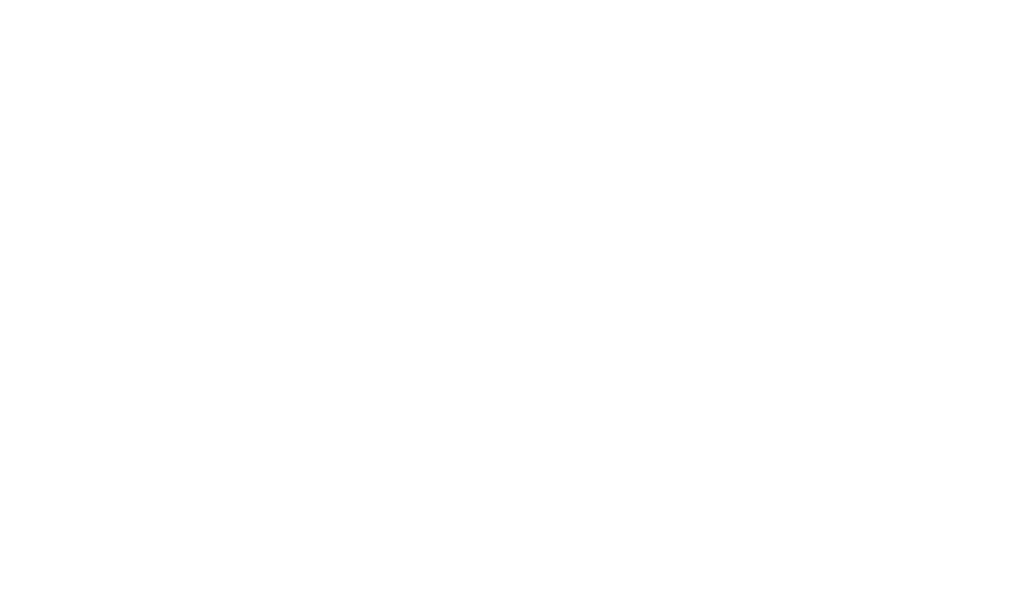
<source format=gbr>
G04 #@! TF.GenerationSoftware,KiCad,Pcbnew,8.0.4*
G04 #@! TF.CreationDate,2025-02-18T12:53:55-03:00*
G04 #@! TF.ProjectId,XT-IDE,58542d49-4445-42e6-9b69-6361645f7063,3B*
G04 #@! TF.SameCoordinates,Original*
G04 #@! TF.FileFunction,Legend,Bot*
G04 #@! TF.FilePolarity,Positive*
%FSLAX46Y46*%
G04 Gerber Fmt 4.6, Leading zero omitted, Abs format (unit mm)*
G04 Created by KiCad (PCBNEW 8.0.4) date 2025-02-18 12:53:55*
%MOMM*%
%LPD*%
G01*
G04 APERTURE LIST*
%ADD10C,1.998980*%
%ADD11C,0.254000*%
%ADD12C,0.381000*%
%ADD13C,4.064000*%
%ADD14R,1.727200X1.727200*%
%ADD15C,1.727200*%
%ADD16R,1.778000X7.112000*%
%ADD17R,1.900000X2.000000*%
%ADD18C,1.900000*%
%ADD19C,1.397000*%
%ADD20O,1.727200X1.727200*%
%ADD21R,2.300000X1.600000*%
%ADD22O,2.300000X1.600000*%
G04 APERTURE END LIST*
D10*
X107315000Y-37465000D03*
X99695000Y-37465000D03*
X120650000Y-37465000D03*
X113030000Y-37465000D03*
X133985000Y-37465000D03*
X126365000Y-37465000D03*
X146685000Y-48260000D03*
X139065000Y-48260000D03*
X158115000Y-48260000D03*
X150495000Y-48260000D03*
X169545000Y-48260000D03*
X161925000Y-48260000D03*
X173355000Y-45720000D03*
X180975000Y-45720000D03*
X137160000Y-82550000D03*
X147320000Y-82550000D03*
X107950000Y-88265000D03*
X100330000Y-88265000D03*
X163830000Y-88265000D03*
X156210000Y-88265000D03*
X172085000Y-40005000D03*
X161925000Y-40005000D03*
X186055000Y-50165000D03*
X186055000Y-60325000D03*
X147320000Y-85090000D03*
X137160000Y-85090000D03*
X137160000Y-87630000D03*
X147320000Y-87630000D03*
X175260000Y-88265000D03*
X182880000Y-88265000D03*
%LPC*%
D11*
X115963094Y-75927651D02*
X115721189Y-76774318D01*
X115721189Y-76774318D02*
X115479284Y-76169556D01*
X115479284Y-76169556D02*
X115237380Y-76774318D01*
X115237380Y-76774318D02*
X114995475Y-75927651D01*
X114632618Y-75927651D02*
X114390713Y-76774318D01*
X114390713Y-76774318D02*
X114148808Y-76169556D01*
X114148808Y-76169556D02*
X113906904Y-76774318D01*
X113906904Y-76774318D02*
X113664999Y-75927651D01*
X113302142Y-75927651D02*
X113060237Y-76774318D01*
X113060237Y-76774318D02*
X112818332Y-76169556D01*
X112818332Y-76169556D02*
X112576428Y-76774318D01*
X112576428Y-76774318D02*
X112334523Y-75927651D01*
X111850714Y-76653365D02*
X111790237Y-76713842D01*
X111790237Y-76713842D02*
X111850714Y-76774318D01*
X111850714Y-76774318D02*
X111911190Y-76713842D01*
X111911190Y-76713842D02*
X111850714Y-76653365D01*
X111850714Y-76653365D02*
X111850714Y-76774318D01*
X111427380Y-75504318D02*
X110701666Y-75504318D01*
X111064523Y-76774318D02*
X111064523Y-75504318D01*
X110278333Y-76774318D02*
X110278333Y-75504318D01*
X109734047Y-76774318D02*
X109734047Y-76109080D01*
X109734047Y-76109080D02*
X109794523Y-75988127D01*
X109794523Y-75988127D02*
X109915475Y-75927651D01*
X109915475Y-75927651D02*
X110096904Y-75927651D01*
X110096904Y-75927651D02*
X110217856Y-75988127D01*
X110217856Y-75988127D02*
X110278333Y-76048603D01*
X108645475Y-76713842D02*
X108766427Y-76774318D01*
X108766427Y-76774318D02*
X109008332Y-76774318D01*
X109008332Y-76774318D02*
X109129285Y-76713842D01*
X109129285Y-76713842D02*
X109189761Y-76592889D01*
X109189761Y-76592889D02*
X109189761Y-76109080D01*
X109189761Y-76109080D02*
X109129285Y-75988127D01*
X109129285Y-75988127D02*
X109008332Y-75927651D01*
X109008332Y-75927651D02*
X108766427Y-75927651D01*
X108766427Y-75927651D02*
X108645475Y-75988127D01*
X108645475Y-75988127D02*
X108584999Y-76109080D01*
X108584999Y-76109080D02*
X108584999Y-76230032D01*
X108584999Y-76230032D02*
X109189761Y-76350984D01*
X108161666Y-75504318D02*
X107859285Y-76774318D01*
X107859285Y-76774318D02*
X107617380Y-75867175D01*
X107617380Y-75867175D02*
X107375475Y-76774318D01*
X107375475Y-76774318D02*
X107073095Y-75504318D01*
X106589285Y-76774318D02*
X106589285Y-75927651D01*
X106589285Y-75504318D02*
X106649761Y-75564794D01*
X106649761Y-75564794D02*
X106589285Y-75625270D01*
X106589285Y-75625270D02*
X106528808Y-75564794D01*
X106528808Y-75564794D02*
X106589285Y-75504318D01*
X106589285Y-75504318D02*
X106589285Y-75625270D01*
X106105475Y-75927651D02*
X105440237Y-75927651D01*
X105440237Y-75927651D02*
X106105475Y-76774318D01*
X106105475Y-76774318D02*
X105440237Y-76774318D01*
X104412142Y-76774318D02*
X104412142Y-76109080D01*
X104412142Y-76109080D02*
X104472618Y-75988127D01*
X104472618Y-75988127D02*
X104593570Y-75927651D01*
X104593570Y-75927651D02*
X104835475Y-75927651D01*
X104835475Y-75927651D02*
X104956428Y-75988127D01*
X104412142Y-76713842D02*
X104533094Y-76774318D01*
X104533094Y-76774318D02*
X104835475Y-76774318D01*
X104835475Y-76774318D02*
X104956428Y-76713842D01*
X104956428Y-76713842D02*
X105016904Y-76592889D01*
X105016904Y-76592889D02*
X105016904Y-76471937D01*
X105016904Y-76471937D02*
X104956428Y-76350984D01*
X104956428Y-76350984D02*
X104835475Y-76290508D01*
X104835475Y-76290508D02*
X104533094Y-76290508D01*
X104533094Y-76290508D02*
X104412142Y-76230032D01*
X103807380Y-76774318D02*
X103807380Y-75927651D01*
X103807380Y-76169556D02*
X103746903Y-76048603D01*
X103746903Y-76048603D02*
X103686427Y-75988127D01*
X103686427Y-75988127D02*
X103565475Y-75927651D01*
X103565475Y-75927651D02*
X103444522Y-75927651D01*
X102476904Y-76774318D02*
X102476904Y-75504318D01*
X102476904Y-76713842D02*
X102597856Y-76774318D01*
X102597856Y-76774318D02*
X102839761Y-76774318D01*
X102839761Y-76774318D02*
X102960713Y-76713842D01*
X102960713Y-76713842D02*
X103021190Y-76653365D01*
X103021190Y-76653365D02*
X103081666Y-76532413D01*
X103081666Y-76532413D02*
X103081666Y-76169556D01*
X103081666Y-76169556D02*
X103021190Y-76048603D01*
X103021190Y-76048603D02*
X102960713Y-75988127D01*
X102960713Y-75988127D02*
X102839761Y-75927651D01*
X102839761Y-75927651D02*
X102597856Y-75927651D01*
X102597856Y-75927651D02*
X102476904Y-75988127D01*
X101872142Y-76653365D02*
X101811665Y-76713842D01*
X101811665Y-76713842D02*
X101872142Y-76774318D01*
X101872142Y-76774318D02*
X101932618Y-76713842D01*
X101932618Y-76713842D02*
X101872142Y-76653365D01*
X101872142Y-76653365D02*
X101872142Y-76774318D01*
X100723094Y-76713842D02*
X100844046Y-76774318D01*
X100844046Y-76774318D02*
X101085951Y-76774318D01*
X101085951Y-76774318D02*
X101206903Y-76713842D01*
X101206903Y-76713842D02*
X101267380Y-76653365D01*
X101267380Y-76653365D02*
X101327856Y-76532413D01*
X101327856Y-76532413D02*
X101327856Y-76169556D01*
X101327856Y-76169556D02*
X101267380Y-76048603D01*
X101267380Y-76048603D02*
X101206903Y-75988127D01*
X101206903Y-75988127D02*
X101085951Y-75927651D01*
X101085951Y-75927651D02*
X100844046Y-75927651D01*
X100844046Y-75927651D02*
X100723094Y-75988127D01*
X99997380Y-76774318D02*
X100118332Y-76713842D01*
X100118332Y-76713842D02*
X100178809Y-76592889D01*
X100178809Y-76592889D02*
X100178809Y-75504318D01*
X98606428Y-75443842D02*
X99694999Y-77076699D01*
X113362618Y-117414318D02*
X112636904Y-117414318D01*
X112999761Y-118684318D02*
X112999761Y-117414318D01*
X112213571Y-118684318D02*
X112213571Y-117414318D01*
X112213571Y-117414318D02*
X111729761Y-117414318D01*
X111729761Y-117414318D02*
X111608809Y-117474794D01*
X111608809Y-117474794D02*
X111548332Y-117535270D01*
X111548332Y-117535270D02*
X111487856Y-117656222D01*
X111487856Y-117656222D02*
X111487856Y-117837651D01*
X111487856Y-117837651D02*
X111548332Y-117958603D01*
X111548332Y-117958603D02*
X111608809Y-118019080D01*
X111608809Y-118019080D02*
X111729761Y-118079556D01*
X111729761Y-118079556D02*
X112213571Y-118079556D01*
X111064523Y-117414318D02*
X110278332Y-117414318D01*
X110278332Y-117414318D02*
X110701666Y-117898127D01*
X110701666Y-117898127D02*
X110520237Y-117898127D01*
X110520237Y-117898127D02*
X110399285Y-117958603D01*
X110399285Y-117958603D02*
X110338809Y-118019080D01*
X110338809Y-118019080D02*
X110278332Y-118140032D01*
X110278332Y-118140032D02*
X110278332Y-118442413D01*
X110278332Y-118442413D02*
X110338809Y-118563365D01*
X110338809Y-118563365D02*
X110399285Y-118623842D01*
X110399285Y-118623842D02*
X110520237Y-118684318D01*
X110520237Y-118684318D02*
X110883094Y-118684318D01*
X110883094Y-118684318D02*
X111004047Y-118623842D01*
X111004047Y-118623842D02*
X111064523Y-118563365D01*
D12*
X116144523Y-72275240D02*
X114451190Y-74815240D01*
X114451190Y-72275240D02*
X116144523Y-74815240D01*
X113846428Y-72275240D02*
X112394999Y-72275240D01*
X113120713Y-74815240D02*
X113120713Y-72275240D01*
X111669285Y-72517145D02*
X111548333Y-72396192D01*
X111548333Y-72396192D02*
X111306428Y-72275240D01*
X111306428Y-72275240D02*
X110701666Y-72275240D01*
X110701666Y-72275240D02*
X110459761Y-72396192D01*
X110459761Y-72396192D02*
X110338809Y-72517145D01*
X110338809Y-72517145D02*
X110217856Y-72759049D01*
X110217856Y-72759049D02*
X110217856Y-73000954D01*
X110217856Y-73000954D02*
X110338809Y-73363811D01*
X110338809Y-73363811D02*
X111790237Y-74815240D01*
X111790237Y-74815240D02*
X110217856Y-74815240D01*
X109129285Y-74815240D02*
X109129285Y-72275240D01*
X107919761Y-74815240D02*
X107919761Y-72275240D01*
X107919761Y-72275240D02*
X107314999Y-72275240D01*
X107314999Y-72275240D02*
X106952142Y-72396192D01*
X106952142Y-72396192D02*
X106710237Y-72638097D01*
X106710237Y-72638097D02*
X106589284Y-72880002D01*
X106589284Y-72880002D02*
X106468332Y-73363811D01*
X106468332Y-73363811D02*
X106468332Y-73726668D01*
X106468332Y-73726668D02*
X106589284Y-74210478D01*
X106589284Y-74210478D02*
X106710237Y-74452383D01*
X106710237Y-74452383D02*
X106952142Y-74694288D01*
X106952142Y-74694288D02*
X107314999Y-74815240D01*
X107314999Y-74815240D02*
X107919761Y-74815240D01*
X105379761Y-73484764D02*
X104533094Y-73484764D01*
X104170237Y-74815240D02*
X105379761Y-74815240D01*
X105379761Y-74815240D02*
X105379761Y-72275240D01*
X105379761Y-72275240D02*
X104170237Y-72275240D01*
X103081666Y-73847621D02*
X101146428Y-73847621D01*
X98727380Y-72275240D02*
X99936904Y-72275240D01*
X99936904Y-72275240D02*
X100057856Y-73484764D01*
X100057856Y-73484764D02*
X99936904Y-73363811D01*
X99936904Y-73363811D02*
X99694999Y-73242859D01*
X99694999Y-73242859D02*
X99090237Y-73242859D01*
X99090237Y-73242859D02*
X98848332Y-73363811D01*
X98848332Y-73363811D02*
X98727380Y-73484764D01*
X98727380Y-73484764D02*
X98606427Y-73726668D01*
X98606427Y-73726668D02*
X98606427Y-74331430D01*
X98606427Y-74331430D02*
X98727380Y-74573335D01*
X98727380Y-74573335D02*
X98848332Y-74694288D01*
X98848332Y-74694288D02*
X99090237Y-74815240D01*
X99090237Y-74815240D02*
X99694999Y-74815240D01*
X99694999Y-74815240D02*
X99936904Y-74694288D01*
X99936904Y-74694288D02*
X100057856Y-74573335D01*
D11*
X131523618Y-122748318D02*
X130797904Y-122748318D01*
X131160761Y-124018318D02*
X131160761Y-122748318D01*
X130374571Y-124018318D02*
X130374571Y-122748318D01*
X130374571Y-122748318D02*
X129890761Y-122748318D01*
X129890761Y-122748318D02*
X129769809Y-122808794D01*
X129769809Y-122808794D02*
X129709332Y-122869270D01*
X129709332Y-122869270D02*
X129648856Y-122990222D01*
X129648856Y-122990222D02*
X129648856Y-123171651D01*
X129648856Y-123171651D02*
X129709332Y-123292603D01*
X129709332Y-123292603D02*
X129769809Y-123353080D01*
X129769809Y-123353080D02*
X129890761Y-123413556D01*
X129890761Y-123413556D02*
X130374571Y-123413556D01*
X129165047Y-122869270D02*
X129104571Y-122808794D01*
X129104571Y-122808794D02*
X128983618Y-122748318D01*
X128983618Y-122748318D02*
X128681237Y-122748318D01*
X128681237Y-122748318D02*
X128560285Y-122808794D01*
X128560285Y-122808794D02*
X128499809Y-122869270D01*
X128499809Y-122869270D02*
X128439332Y-122990222D01*
X128439332Y-122990222D02*
X128439332Y-123111175D01*
X128439332Y-123111175D02*
X128499809Y-123292603D01*
X128499809Y-123292603D02*
X129225523Y-124018318D01*
X129225523Y-124018318D02*
X128439332Y-124018318D01*
X113362618Y-105984318D02*
X112636904Y-105984318D01*
X112999761Y-107254318D02*
X112999761Y-105984318D01*
X112213571Y-107254318D02*
X112213571Y-105984318D01*
X112213571Y-105984318D02*
X111729761Y-105984318D01*
X111729761Y-105984318D02*
X111608809Y-106044794D01*
X111608809Y-106044794D02*
X111548332Y-106105270D01*
X111548332Y-106105270D02*
X111487856Y-106226222D01*
X111487856Y-106226222D02*
X111487856Y-106407651D01*
X111487856Y-106407651D02*
X111548332Y-106528603D01*
X111548332Y-106528603D02*
X111608809Y-106589080D01*
X111608809Y-106589080D02*
X111729761Y-106649556D01*
X111729761Y-106649556D02*
X112213571Y-106649556D01*
X110278332Y-107254318D02*
X111004047Y-107254318D01*
X110641190Y-107254318D02*
X110641190Y-105984318D01*
X110641190Y-105984318D02*
X110762142Y-106165746D01*
X110762142Y-106165746D02*
X110883094Y-106286699D01*
X110883094Y-106286699D02*
X111004047Y-106347175D01*
D13*
X186690000Y-128270000D03*
X186690000Y-71755000D03*
D14*
X102870000Y-82550000D03*
D15*
X100330000Y-82550000D03*
D14*
X139065000Y-37465000D03*
D15*
X139065000Y-40005000D03*
X139065000Y-42545000D03*
D14*
X146685000Y-37465000D03*
D15*
X146685000Y-40005000D03*
X146685000Y-42545000D03*
D14*
X102870000Y-128270000D03*
D15*
X102870000Y-125730000D03*
X105410000Y-128270000D03*
X105410000Y-125730000D03*
X107950000Y-128270000D03*
X107950000Y-125730000D03*
X110490000Y-128270000D03*
X110490000Y-125730000D03*
X113030000Y-128270000D03*
X113030000Y-125730000D03*
D14*
X186055000Y-40005000D03*
D15*
X183515000Y-40005000D03*
D16*
X165100000Y-136906000D03*
X162560000Y-136906000D03*
X160020000Y-136906000D03*
X157480000Y-136906000D03*
X147320000Y-136906000D03*
X139700000Y-136906000D03*
X137160000Y-136906000D03*
X134620000Y-136906000D03*
X132080000Y-136906000D03*
X114300000Y-136906000D03*
X109220000Y-136906000D03*
X106680000Y-136906000D03*
X104140000Y-136906000D03*
X93980000Y-136906000D03*
X88900000Y-136906000D03*
D17*
X179070000Y-40005000D03*
D18*
X176530000Y-40005000D03*
D19*
X132080000Y-121285000D03*
X111760000Y-115570000D03*
X111760000Y-109220000D03*
D14*
X86360000Y-123825000D03*
D15*
X86360000Y-126325000D03*
D14*
X85090000Y-88265000D03*
D20*
X82550000Y-88265000D03*
X85090000Y-85725000D03*
X82550000Y-85725000D03*
X85090000Y-83185000D03*
X82550000Y-83185000D03*
X85090000Y-80645000D03*
X82550000Y-80645000D03*
X85090000Y-78105000D03*
X82550000Y-78105000D03*
X85090000Y-75565000D03*
X82550000Y-75565000D03*
X85090000Y-73025000D03*
X82550000Y-73025000D03*
X85090000Y-70485000D03*
X82550000Y-70485000D03*
X85090000Y-67945000D03*
X82550000Y-67945000D03*
X85090000Y-65405000D03*
X82550000Y-65405000D03*
X85090000Y-62865000D03*
X82550000Y-62865000D03*
X85090000Y-60325000D03*
X82550000Y-60325000D03*
X85090000Y-57785000D03*
X82550000Y-57785000D03*
X85090000Y-55245000D03*
X82550000Y-55245000D03*
X85090000Y-52705000D03*
X82550000Y-52705000D03*
X85090000Y-50165000D03*
X82550000Y-50165000D03*
X85090000Y-47625000D03*
X82550000Y-47625000D03*
X85090000Y-45085000D03*
X82550000Y-45085000D03*
X85090000Y-42545000D03*
X82550000Y-42545000D03*
X85090000Y-40005000D03*
X82550000Y-40005000D03*
D21*
X82550000Y-97790000D03*
D22*
X82550000Y-100330000D03*
X82550000Y-102870000D03*
X82550000Y-105410000D03*
X82550000Y-107950000D03*
X82550000Y-110490000D03*
X82550000Y-113030000D03*
X82550000Y-115570000D03*
X90170000Y-115570000D03*
X90170000Y-113030000D03*
X90170000Y-110490000D03*
X90170000Y-107950000D03*
X90170000Y-105410000D03*
X90170000Y-102870000D03*
X90170000Y-100330000D03*
X90170000Y-97790000D03*
D21*
X138430000Y-97790000D03*
D22*
X138430000Y-100330000D03*
X138430000Y-102870000D03*
X138430000Y-105410000D03*
X138430000Y-107950000D03*
X138430000Y-110490000D03*
X138430000Y-113030000D03*
X138430000Y-115570000D03*
X146050000Y-115570000D03*
X146050000Y-113030000D03*
X146050000Y-110490000D03*
X146050000Y-107950000D03*
X146050000Y-105410000D03*
X146050000Y-102870000D03*
X146050000Y-100330000D03*
X146050000Y-97790000D03*
D21*
X99695000Y-45085000D03*
D22*
X99695000Y-47625000D03*
X99695000Y-50165000D03*
X99695000Y-52705000D03*
X99695000Y-55245000D03*
X99695000Y-57785000D03*
X99695000Y-60325000D03*
X99695000Y-62865000D03*
X99695000Y-65405000D03*
X99695000Y-67945000D03*
X107315000Y-67945000D03*
X107315000Y-65405000D03*
X107315000Y-62865000D03*
X107315000Y-60325000D03*
X107315000Y-57785000D03*
X107315000Y-55245000D03*
X107315000Y-52705000D03*
X107315000Y-50165000D03*
X107315000Y-47625000D03*
X107315000Y-45085000D03*
D21*
X113030000Y-45085000D03*
D22*
X113030000Y-47625000D03*
X113030000Y-50165000D03*
X113030000Y-52705000D03*
X113030000Y-55245000D03*
X113030000Y-57785000D03*
X113030000Y-60325000D03*
X113030000Y-62865000D03*
X113030000Y-65405000D03*
X113030000Y-67945000D03*
X120650000Y-67945000D03*
X120650000Y-65405000D03*
X120650000Y-62865000D03*
X120650000Y-60325000D03*
X120650000Y-57785000D03*
X120650000Y-55245000D03*
X120650000Y-52705000D03*
X120650000Y-50165000D03*
X120650000Y-47625000D03*
X120650000Y-45085000D03*
D21*
X126365000Y-45085000D03*
D22*
X126365000Y-47625000D03*
X126365000Y-50165000D03*
X126365000Y-52705000D03*
X126365000Y-55245000D03*
X126365000Y-57785000D03*
X126365000Y-60325000D03*
X126365000Y-62865000D03*
X126365000Y-65405000D03*
X126365000Y-67945000D03*
X133985000Y-67945000D03*
X133985000Y-65405000D03*
X133985000Y-62865000D03*
X133985000Y-60325000D03*
X133985000Y-57785000D03*
X133985000Y-55245000D03*
X133985000Y-52705000D03*
X133985000Y-50165000D03*
X133985000Y-47625000D03*
X133985000Y-45085000D03*
D21*
X150495000Y-52705000D03*
D22*
X150495000Y-55245000D03*
X150495000Y-57785000D03*
X150495000Y-60325000D03*
X150495000Y-62865000D03*
X150495000Y-65405000D03*
X150495000Y-67945000D03*
X158115000Y-67945000D03*
X158115000Y-65405000D03*
X158115000Y-62865000D03*
X158115000Y-60325000D03*
X158115000Y-57785000D03*
X158115000Y-55245000D03*
X158115000Y-52705000D03*
D21*
X161925000Y-52705000D03*
D22*
X161925000Y-55245000D03*
X161925000Y-57785000D03*
X161925000Y-60325000D03*
X161925000Y-62865000D03*
X161925000Y-65405000D03*
X161925000Y-67945000D03*
X169545000Y-67945000D03*
X169545000Y-65405000D03*
X169545000Y-62865000D03*
X169545000Y-60325000D03*
X169545000Y-57785000D03*
X169545000Y-55245000D03*
X169545000Y-52705000D03*
D21*
X173355000Y-50165000D03*
D22*
X173355000Y-52705000D03*
X173355000Y-55245000D03*
X173355000Y-57785000D03*
X173355000Y-60325000D03*
X173355000Y-62865000D03*
X173355000Y-65405000D03*
X173355000Y-67945000D03*
X180975000Y-67945000D03*
X180975000Y-65405000D03*
X180975000Y-62865000D03*
X180975000Y-60325000D03*
X180975000Y-57785000D03*
X180975000Y-55245000D03*
X180975000Y-52705000D03*
X180975000Y-50165000D03*
D21*
X100330000Y-92710000D03*
D22*
X100330000Y-95250000D03*
X100330000Y-97790000D03*
X100330000Y-100330000D03*
X100330000Y-102870000D03*
X100330000Y-105410000D03*
X100330000Y-107950000D03*
X100330000Y-110490000D03*
X100330000Y-113030000D03*
X100330000Y-115570000D03*
X107950000Y-115570000D03*
X107950000Y-113030000D03*
X107950000Y-110490000D03*
X107950000Y-107950000D03*
X107950000Y-105410000D03*
X107950000Y-102870000D03*
X107950000Y-100330000D03*
X107950000Y-97790000D03*
X107950000Y-95250000D03*
X107950000Y-92710000D03*
D21*
X115570000Y-82550000D03*
D22*
X115570000Y-85090000D03*
X115570000Y-87630000D03*
X115570000Y-90170000D03*
X115570000Y-92710000D03*
X115570000Y-95250000D03*
X115570000Y-97790000D03*
X115570000Y-100330000D03*
X115570000Y-102870000D03*
X115570000Y-105410000D03*
X115570000Y-107950000D03*
X115570000Y-110490000D03*
X115570000Y-113030000D03*
X115570000Y-115570000D03*
X130810000Y-115570000D03*
X130810000Y-113030000D03*
X130810000Y-110490000D03*
X130810000Y-107950000D03*
X130810000Y-105410000D03*
X130810000Y-102870000D03*
X130810000Y-100330000D03*
X130810000Y-97790000D03*
X130810000Y-95250000D03*
X130810000Y-92710000D03*
X130810000Y-90170000D03*
X130810000Y-87630000D03*
X130810000Y-85090000D03*
X130810000Y-82550000D03*
D21*
X156210000Y-92710000D03*
D22*
X156210000Y-95250000D03*
X156210000Y-97790000D03*
X156210000Y-100330000D03*
X156210000Y-102870000D03*
X156210000Y-105410000D03*
X156210000Y-107950000D03*
X156210000Y-110490000D03*
X156210000Y-113030000D03*
X156210000Y-115570000D03*
X163830000Y-115570000D03*
X163830000Y-113030000D03*
X163830000Y-110490000D03*
X163830000Y-107950000D03*
X163830000Y-105410000D03*
X163830000Y-102870000D03*
X163830000Y-100330000D03*
X163830000Y-97790000D03*
X163830000Y-95250000D03*
X163830000Y-92710000D03*
D21*
X175260000Y-92710000D03*
D22*
X175260000Y-95250000D03*
X175260000Y-97790000D03*
X175260000Y-100330000D03*
X175260000Y-102870000D03*
X175260000Y-105410000D03*
X175260000Y-107950000D03*
X175260000Y-110490000D03*
X175260000Y-113030000D03*
X175260000Y-115570000D03*
X182880000Y-115570000D03*
X182880000Y-113030000D03*
X182880000Y-110490000D03*
X182880000Y-107950000D03*
X182880000Y-105410000D03*
X182880000Y-102870000D03*
X182880000Y-100330000D03*
X182880000Y-97790000D03*
X182880000Y-95250000D03*
X182880000Y-92710000D03*
D14*
X95250000Y-92710000D03*
D15*
X95250000Y-95250000D03*
X95250000Y-97790000D03*
X95250000Y-100330000D03*
X95250000Y-102870000D03*
X95250000Y-105410000D03*
X95250000Y-107950000D03*
X95250000Y-110490000D03*
X95250000Y-113030000D03*
X95250000Y-115570000D03*
D14*
X151130000Y-92710000D03*
D15*
X151130000Y-95250000D03*
X151130000Y-97790000D03*
X151130000Y-100330000D03*
X151130000Y-102870000D03*
X151130000Y-105410000D03*
X151130000Y-107950000D03*
X151130000Y-110490000D03*
X151130000Y-113030000D03*
X151130000Y-115570000D03*
D10*
X107315000Y-37465000D03*
X99695000Y-37465000D03*
X120650000Y-37465000D03*
X113030000Y-37465000D03*
X133985000Y-37465000D03*
X126365000Y-37465000D03*
X146685000Y-48260000D03*
X139065000Y-48260000D03*
X158115000Y-48260000D03*
X150495000Y-48260000D03*
X169545000Y-48260000D03*
X161925000Y-48260000D03*
X173355000Y-45720000D03*
X180975000Y-45720000D03*
X137160000Y-82550000D03*
X147320000Y-82550000D03*
X107950000Y-88265000D03*
X100330000Y-88265000D03*
X163830000Y-88265000D03*
X156210000Y-88265000D03*
X172085000Y-40005000D03*
X161925000Y-40005000D03*
X186055000Y-50165000D03*
X186055000Y-60325000D03*
X147320000Y-85090000D03*
X137160000Y-85090000D03*
X137160000Y-87630000D03*
X147320000Y-87630000D03*
D21*
X139065000Y-52705000D03*
D22*
X139065000Y-55245000D03*
X139065000Y-57785000D03*
X139065000Y-60325000D03*
X139065000Y-62865000D03*
X139065000Y-65405000D03*
X139065000Y-67945000D03*
X146685000Y-67945000D03*
X146685000Y-65405000D03*
X146685000Y-62865000D03*
X146685000Y-60325000D03*
X146685000Y-57785000D03*
X146685000Y-55245000D03*
X146685000Y-52705000D03*
D10*
X175260000Y-88265000D03*
X182880000Y-88265000D03*
G36*
X167582121Y-132735002D02*
G01*
X167628614Y-132788658D01*
X167640000Y-132841000D01*
X167640000Y-140844000D01*
X167619998Y-140912121D01*
X167566342Y-140958614D01*
X167514000Y-140970000D01*
X86486000Y-140970000D01*
X86417879Y-140949998D01*
X86371386Y-140896342D01*
X86360000Y-140844000D01*
X86360000Y-132841000D01*
X86380002Y-132772879D01*
X86433658Y-132726386D01*
X86486000Y-132715000D01*
X167514000Y-132715000D01*
X167582121Y-132735002D01*
G37*
%LPD*%
M02*

</source>
